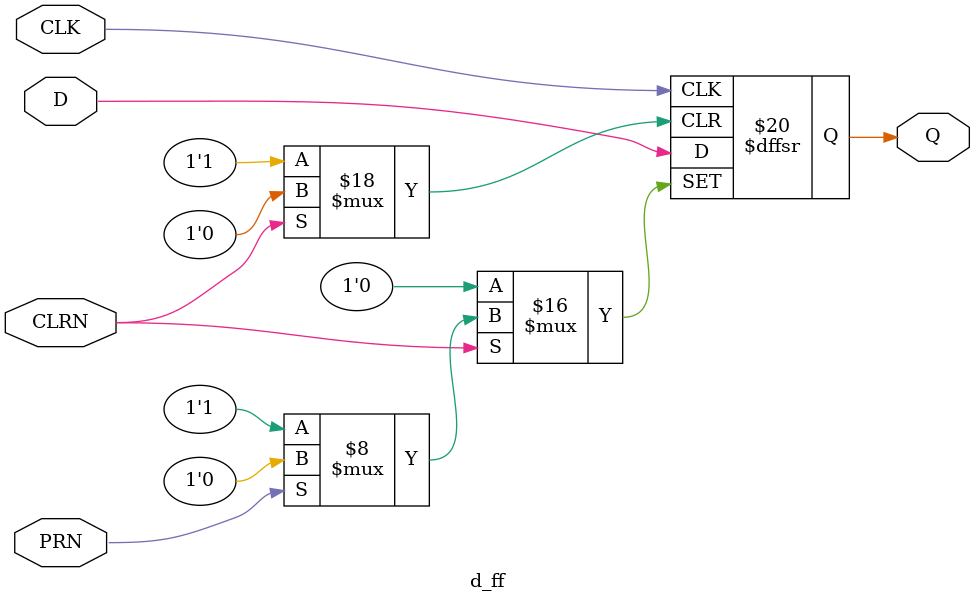
<source format=sv>
module d_ff(
  input CLK,
  input D,			// the D input to be flopped 
  input CLRN,		// asynch active low clear (reset)
  input PRN,		// asynch active low preset
  output reg Q		// output of flop
);

always_ff @(posedge CLK, negedge CLRN, negedge PRN)
  if (!CLRN)
    Q <= 1'b0;
  else if (!PRN)
    Q <= 1'b1;
  else
    Q <= D;
	
endmodule


</source>
